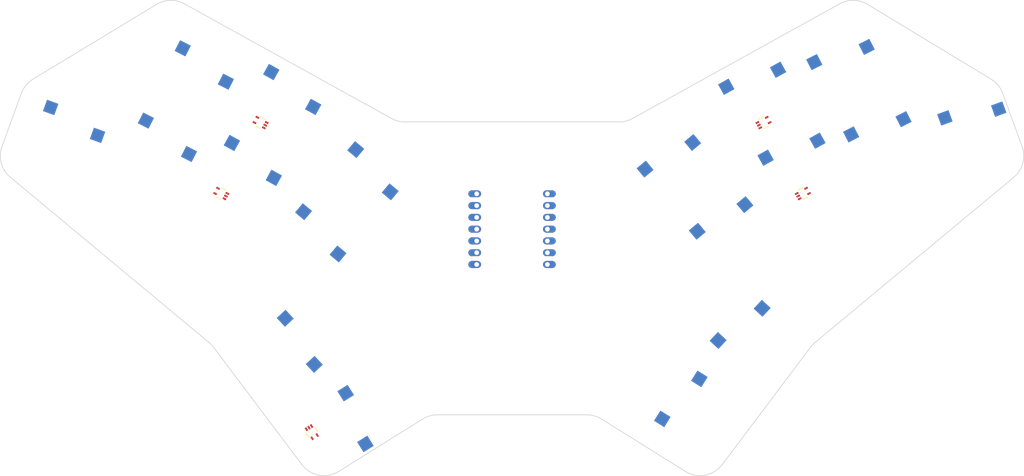
<source format=kicad_pcb>
(kicad_pcb (version 20241229) (generator "pcbnew") (generator_version "9.0")
  (title_block (title "kicad") (rev "0.1") (company "Roming22"))
  (layers (0 "F.Cu" signal) (2 "B.Cu" signal) (13 "F.Paste" user) (15 "B.Paste" user) (5 "F.SilkS" user) (7 "B.SilkS" user) (1 "F.Mask" user) (3 "B.Mask" user) (25 "Edge.Cuts" user))
  (net 0 "")
  (net 1 "index_home")
  (net 2 "P6")
  (net 3 "middle_home")
  (net 4 "ring_home")
  (net 5 "pinky_home")
  (net 6 "index_top")
  (net 7 "P29")
  (net 8 "middle_top")
  (net 9 "ring_top")
  (net 10 "pinky_top")
  (net 11 "mirror_middle_home")
  (net 12 "P4")
  (net 13 "mirror_index_home")
  (net 14 "mirror_pinky_home")
  (net 15 "mirror_ring_home")
  (net 16 "mirror_middle_top")
  (net 17 "P5")
  (net 18 "mirror_index_top")
  (net 19 "mirror_pinky_top")
  (net 20 "mirror_ring_top")
  (net 21 "mirror_home_default")
  (net 22 "home_default")
  (net 23 "outer_default")
  (net 24 "mirror_outer_default")
  (net 25 "P0")
  (net 26 "P7")
  (net 27 "P2")
  (net 28 "P1")
  (net 29 "VCC5")
  (net 30 "GND")
  (net 31 "VCC3")
  (net 32 "P26")
  (net 33 "P27")
  (net 34 "P28")
  (footprint "easyeda2kicad:SOT-353_L2.1-W1.3-P0.65-LS2.3-BL" (layer "F.Cu") (at 176.307181 230.19726 -148)
    (property "Reference" "D5" (hide yes))
    (property "Value" "UMP1NTR" (hide yes))
    (fp_line (start 1.14 0.510001) (end 1.14 -0.51) (stroke (width 0.25)) (layer "F.SilkS"))
    (fp_line (start -1.14 -0.510001) (end -1.14 0.51) (stroke (width 0.25)) (layer "F.SilkS"))
    (pad "1" smd rect (at -0.65 1.15 212) (size 0.4 0.8) (layers "F.Cu" "F.Mask" "F.Paste") (net 21 "mirror_home_default"))
    (pad "2" smd rect (at 0 1.15 212) (size 0.4 0.8) (layers "F.Cu" "F.Mask" "F.Paste"))
    (pad "3" smd rect (at 0.65 1.15 212) (size 0.4 0.8) (layers "F.Cu" "F.Mask" "F.Paste") (net 22 "home_default"))
    (pad "4" smd rect (at 0.65 -1.15 212) (size 0.4 0.8) (layers "F.Cu" "F.Mask" "F.Paste") (net 23 "outer_default"))
    (pad "5" smd rect (at -0.65 -1.15 212) (size 0.4 0.8) (layers "F.Cu" "F.Mask" "F.Paste") (net 24 "mirror_outer_default"))
  )
  (footprint "easyeda2kicad:SOT-353_L2.1-W1.3-P0.65-LS2.3-BL" (layer "F.Cu") (at 165.266741 163.410032 61)
    (property "Reference" "D2" (hide yes))
    (property "Value" "UMP1NTR" (hide yes))
    (fp_line (start -1.14 -0.51) (end -1.14 0.51) (stroke (width 0.25)) (layer "F.SilkS"))
    (fp_line (start 1.14 0.51) (end 1.14 -0.51) (stroke (width 0.25)) (layer "F.SilkS"))
    (pad "1" smd rect (at -0.65 1.15 61) (size 0.4 0.8) (layers "F.Cu" "F.Mask" "F.Paste") (net 6 "index_top"))
    (pad "2" smd rect (at 0 1.15 61) (size 0.4 0.8) (layers "F.Cu" "F.Mask" "F.Paste") (net 7 "P29"))
    (pad "3" smd rect (at 0.65 1.15 61) (size 0.4 0.8) (layers "F.Cu" "F.Mask" "F.Paste") (net 8 "middle_top"))
    (pad "4" smd rect (at 0.65 -1.15 61) (size 0.4 0.8) (layers "F.Cu" "F.Mask" "F.Paste") (net 9 "ring_top"))
    (pad "5" smd rect (at -0.65 -1.15 61) (size 0.4 0.8) (layers "F.Cu" "F.Mask" "F.Paste") (net 10 "pinky_top"))
  )
  (footprint "PG1350" (layer "F.Cu") (at 254.456187 175.900893 40)
    (property "Reference" "S14" (hide yes))
    (property "Value" "" (hide yes))
    (pad "" np_thru_hole circle (at -5.5 0) (size 1.7018 1.7018) (drill 1.7018) (layers "*.Cu" "*.Mask"))
    (pad "" np_thru_hole circle (at 0 -5.949999) (size 3 3) (drill 3) (layers "*.Cu" "*.Mask"))
    (pad "" np_thru_hole circle (at 0 0) (size 3.429 3.429) (drill 3.429) (layers "*.Cu" "*.Mask"))
    (pad "" np_thru_hole circle (at 5 -3.75) (size 3 3) (drill 3) (layers "*.Cu" "*.Mask"))
    (pad "" np_thru_hole circle (at 5.5 0) (size 1.7018 1.7018) (drill 1.7018) (layers "*.Cu" "*.Mask"))
    (pad "1" smd rect (at -3.275 -5.95 40) (size 2.6 2.6) (layers "B.Cu" "B.Mask" "B.Paste") (net 18 "mirror_index_top"))
    (pad "2" smd rect (at 8.275 -3.75 40) (size 2.6 2.6) (layers "B.Cu" "B.Mask" "B.Paste") (net 25 "P0"))
  )
  (footprint "PG1350" (layer "F.Cu") (at 180.293008 227.706639 -58)
    (property "Reference" "S16" (hide yes))
    (property "Value" "" (hide yes))
    (pad "" np_thru_hole circle (at -5.5 0) (size 1.7018 1.7018) (drill 1.7018) (layers "*.Cu" "*.Mask"))
    (pad "" np_thru_hole circle (at 0 -5.95) (size 3 3) (drill 3) (layers "*.Cu" "*.Mask"))
    (pad "" np_thru_hole circle (at 0 0) (size 3.429 3.429) (drill 3.429) (layers "*.Cu" "*.Mask"))
    (pad "" np_thru_hole circle (at 5 -3.75) (size 3 3) (drill 3) (layers "*.Cu" "*.Mask"))
    (pad "" np_thru_hole circle (at 5.5 0) (size 1.7018 1.7018) (drill 1.7018) (layers "*.Cu" "*.Mask"))
    (pad "1" smd rect (at -3.275 -5.95 302) (size 2.6 2.6) (layers "B.Cu" "B.Mask" "B.Paste") (net 23 "outer_default"))
    (pad "2" smd rect (at 8.275 -3.75 302) (size 2.6 2.6) (layers "B.Cu" "B.Mask" "B.Paste") (net 26 "P7"))
  )
  (footprint "easyeda2kicad:SOT-353_L2.1-W1.3-P0.65-LS2.3-BL" (layer "F.Cu") (at 282.129802 178.715877 -61)
    (property "Reference" "D3" (hide yes))
    (property "Value" "UMP1NTR" (hide yes))
    (fp_line (start -1.14 -0.51) (end -1.14 0.51) (stroke (width 0.25)) (layer "F.SilkS"))
    (fp_line (start 1.14 0.51) (end 1.14 -0.51) (stroke (width 0.25)) (layer "F.SilkS"))
    (pad "1" smd rect (at -0.65 1.15 299) (size 0.4 0.8) (layers "F.Cu" "F.Mask" "F.Paste") (net 11 "mirror_middle_home"))
    (pad "2" smd rect (at 0 1.15 299) (size 0.4 0.8) (layers "F.Cu" "F.Mask" "F.Paste") (net 12 "P4"))
    (pad "3" smd rect (at 0.65 1.15 299) (size 0.4 0.8) (layers "F.Cu" "F.Mask" "F.Paste") (net 13 "mirror_index_home"))
    (pad "4" smd rect (at 0.65 -1.15 299) (size 0.4 0.8) (layers "F.Cu" "F.Mask" "F.Paste") (net 14 "mirror_pinky_home"))
    (pad "5" smd rect (at -0.65 -1.15 299) (size 0.4 0.8) (layers "F.Cu" "F.Mask" "F.Paste") (net 15 "mirror_ring_home"))
  )
  (footprint "PG1350" (layer "F.Cu") (at 148.706429 154.177752 -27)
    (property "Reference" "S3" (hide yes))
    (property "Value" "" (hide yes))
    (pad "" np_thru_hole circle (at -5.5 0) (size 1.7018 1.7018) (drill 1.7018) (layers "*.Cu" "*.Mask"))
    (pad "" np_thru_hole circle (at -0.000001 -5.95) (size 3 3) (drill 3) (layers "*.Cu" "*.Mask"))
    (pad "" np_thru_hole circle (at 0 0) (size 3.429 3.429) (drill 3.429) (layers "*.Cu" "*.Mask"))
    (pad "" np_thru_hole circle (at 5 -3.75) (size 3 3) (drill 3) (layers "*.Cu" "*.Mask"))
    (pad "" np_thru_hole circle (at 5.5 0) (size 1.7018 1.7018) (drill 1.7018) (layers "*.Cu" "*.Mask"))
    (pad "1" smd rect (at -3.275 -5.95 333) (size 2.6 2.6) (layers "B.Cu" "B.Mask" "B.Paste") (net 9 "ring_top"))
    (pad "2" smd rect (at 8.275 -3.75 333) (size 2.6 2.6) (layers "B.Cu" "B.Mask" "B.Paste") (net 26 "P7"))
  )
  (footprint "PG1350" (layer "F.Cu") (at 298.15078 169.770366 27)
    (property "Reference" "S9" (hide yes))
    (property "Value" "" (hide yes))
    (pad "" np_thru_hole circle (at -5.5 0) (size 1.7018 1.7018) (drill 1.7018) (layers "*.Cu" "*.Mask"))
    (pad "" np_thru_hole circle (at 0 0) (size 3.429 3.429) (drill 3.429) (layers "*.Cu" "*.Mask"))
    (pad "" np_thru_hole circle (at 0.000001 -5.95) (size 3 3) (drill 3) (layers "*.Cu" "*.Mask"))
    (pad "" np_thru_hole circle (at 5 -3.75) (size 3 3) (drill 3) (layers "*.Cu" "*.Mask"))
    (pad "" np_thru_hole circle (at 5.5 0) (size 1.7018 1.7018) (drill 1.7018) (layers "*.Cu" "*.Mask"))
    (pad "1" smd rect (at -3.275 -5.95 27) (size 2.6 2.6) (layers "B.Cu" "B.Mask" "B.Paste") (net 15 "mirror_ring_home"))
    (pad "2" smd rect (at 8.275 -3.75 27) (size 2.6 2.6) (layers "B.Cu" "B.Mask" "B.Paste") (net 27 "P2"))
  )
  (footprint "easyeda2kicad:SOT-353_L2.1-W1.3-P0.65-LS2.3-BL" (layer "F.Cu") (at 273.645634 163.410032 -61)
    (property "Reference" "D4" (hide yes))
    (property "Value" "UMP1NTR" (hide yes))
    (fp_line (start -1.14 -0.51) (end -1.14 0.51) (stroke (width 0.25)) (layer "F.SilkS"))
    (fp_line (start 1.14 0.51) (end 1.14 -0.51) (stroke (width 0.25)) (layer "F.SilkS"))
    (pad "1" smd rect (at -0.65 1.15 299) (size 0.4 0.8) (layers "F.Cu" "F.Mask" "F.Paste") (net 16 "mirror_middle_top"))
    (pad "2" smd rect (at 0 1.15 299) (size 0.4 0.8) (layers "F.Cu" "F.Mask" "F.Paste") (net 17 "P5"))
    (pad "3" smd rect (at 0.65 1.15 299) (size 0.4 0.8) (layers "F.Cu" "F.Mask" "F.Paste") (net 18 "mirror_index_top"))
    (pad "4" smd rect (at 0.65 -1.15 299) (size 0.4 0.8) (layers "F.Cu" "F.Mask" "F.Paste") (net 19 "mirror_pinky_top"))
    (pad "5" smd rect (at -0.65 -1.15 299) (size 0.4 0.8) (layers "F.Cu" "F.Mask" "F.Paste") (net 20 "mirror_ring_top"))
  )
  (footprint "PG1350" (layer "F.Cu") (at 167.545346 159.29932 -29)
    (property "Reference" "S5" (hide yes))
    (property "Value" "" (hide yes))
    (pad "" np_thru_hole circle (at -5.5 0) (size 1.7018 1.7018) (drill 1.7018) (layers "*.Cu" "*.Mask"))
    (pad "" np_thru_hole circle (at 0 -5.95) (size 3 3) (drill 3) (layers "*.Cu" "*.Mask"))
    (pad "" np_thru_hole circle (at 0 0) (size 3.429 3.429) (drill 3.429) (layers "*.Cu" "*.Mask"))
    (pad "" np_thru_hole circle (at 5 -3.75) (size 3 3) (drill 3) (layers "*.Cu" "*.Mask"))
    (pad "" np_thru_hole circle (at 5.5 0) (size 1.7018 1.7018) (drill 1.7018) (layers "*.Cu" "*.Mask"))
    (pad "1" smd rect (at -3.275 -5.95 331) (size 2.6 2.6) (layers "B.Cu" "B.Mask" "B.Paste") (net 8 "middle_top"))
    (pad "2" smd rect (at 8.275 -3.75 331) (size 2.6 2.6) (layers "B.Cu" "B.Mask" "B.Paste") (net 27 "P2"))
  )
  (footprint "PG1350" (layer "F.Cu") (at 121.069508 166.859744 -20)
    (property "Reference" "S1" (hide yes))
    (property "Value" "" (hide yes))
    (pad "" np_thru_hole circle (at -5.5 0) (size 1.7018 1.7018) (drill 1.7018) (layers "*.Cu" "*.Mask"))
    (pad "" np_thru_hole circle (at 0 -5.95) (size 3 3) (drill 3) (layers "*.Cu" "*.Mask"))
    (pad "" np_thru_hole circle (at 0 0) (size 3.429 3.429) (drill 3.429) (layers "*.Cu" "*.Mask"))
    (pad "" np_thru_hole circle (at 5 -3.75) (size 3 3) (drill 3) (layers "*.Cu" "*.Mask"))
    (pad "" np_thru_hole circle (at 5.5 0) (size 1.7018 1.7018) (drill 1.7018) (layers "*.Cu" "*.Mask"))
    (pad "1" smd rect (at -3.275 -5.95 340) (size 2.6 2.6) (layers "B.Cu" "B.Mask" "B.Paste") (net 5 "pinky_home"))
    (pad "2" smd rect (at 8.275 -3.75 340) (size 2.6 2.6) (layers "B.Cu" "B.Mask" "B.Paste") (net 25 "P0"))
  )
  (footprint "xiao-ble" (layer "F.Cu") (at 219.456187 186.400893)
    (property "Reference" "MCU1" (hide yes))
    (property "Value" "" (hide yes))
    (pad "1" thru_hole oval (at 7.62 -7.62) (size 2.75 1.5) (drill 1 (offset 0.425 0)) (layers "*.Cu" "*.Mask") (net 29 "VCC5"))
    (pad "2" thru_hole oval (at 7.62 -5.08) (size 2.75 1.5) (drill 1 (offset 0.425 0)) (layers "*.Cu" "*.Mask") (net 30 "GND"))
    (pad "3" thru_hole oval (at 7.62 -2.54) (size 2.75 1.5) (drill 1 (offset 0.425 0)) (layers "*.Cu" "*.Mask") (net 31 "VCC3"))
    (pad "4" thru_hole oval (at 7.62 0) (size 2.75 1.5) (drill 1 (offset 0.425 0)) (layers "*.Cu" "*.Mask") (net 17 "P5"))
    (pad "5" thru_hole oval (at 7.62 2.54) (size 2.75 1.5) (drill 1 (offset 0.425 0)) (layers "*.Cu" "*.Mask") (net 12 "P4"))
    (pad "6" thru_hole oval (at 7.62 5.08) (size 2.75 1.5) (drill 1 (offset 0.425 0)) (layers "*.Cu" "*.Mask") (net 27 "P2"))
    (pad "7" thru_hole oval (at 7.62 7.62) (size 2.75 1.5) (drill 1 (offset 0.425 0)) (layers "*.Cu" "*.Mask") (net 28 "P1"))
    (pad "12" thru_hole oval (at -7.62 7.62 180) (size 2.75 1.5) (drill 1 (offset 0.425 0)) (layers "*.Cu" "*.Mask") (net 25 "P0"))
    (pad "13" thru_hole oval (at -7.62 5.08 180) (size 2.75 1.5) (drill 1 (offset 0.425 0)) (layers "*.Cu" "*.Mask") (net 26 "P7"))
    (pad "14" thru_hole oval (at -7.62 2.54 180) (size 2.75 1.5) (drill 1 (offset 0.425 0)) (layers "*.Cu" "*.Mask") (net 2 "P6"))
    (pad "15" thru_hole oval (at -7.62 0 180) (size 2.75 1.5) (drill 1 (offset 0.425 0)) (layers "*.Cu" "*.Mask") (net 7 "P29"))
    (pad "16" thru_hole oval (at -7.62 -2.54 180) (size 2.75 1.5) (drill 1 (offset 0.425 0)) (layers "*.Cu" "*.Mask") (net 34 "P28"))
    (pad "17" thru_hole oval (at -7.62 -5.08 180) (size 2.75 1.5) (drill 1 (offset 0.425 0)) (layers "*.Cu" "*.Mask") (net 33 "P27"))
    (pad "18" thru_hole oval (at -7.62 -7.62 180) (size 2.75 1.5) (drill 1 (offset 0.425 0)) (layers "*.Cu" "*.Mask") (net 32 "P26"))
  )
  (footprint "PG1350" (layer "F.Cu") (at 184.456187 175.900893 -40)
    (property "Reference" "S7" (hide yes))
    (property "Value" "" (hide yes))
    (pad "" np_thru_hole circle (at -5.5 0) (size 1.7018 1.7018) (drill 1.7018) (layers "*.Cu" "*.Mask"))
    (pad "" np_thru_hole circle (at 0 -5.949999) (size 3 3) (drill 3) (layers "*.Cu" "*.Mask"))
    (pad "" np_thru_hole circle (at 0 0) (size 3.429 3.429) (drill 3.429) (layers "*.Cu" "*.Mask"))
    (pad "" np_thru_hole circle (at 5 -3.75) (size 3 3) (drill 3) (layers "*.Cu" "*.Mask"))
    (pad "" np_thru_hole circle (at 5.5 0) (size 1.7018 1.7018) (drill 1.7018) (layers "*.Cu" "*.Mask"))
    (pad "1" smd rect (at -3.275 -5.95 320) (size 2.6 2.6) (layers "B.Cu" "B.Mask" "B.Paste") (net 6 "index_top"))
    (pad "2" smd rect (at 8.275 -3.75 320) (size 2.6 2.6) (layers "B.Cu" "B.Mask" "B.Paste") (net 28 "P1"))
  )
  (footprint "PG1350" (layer "F.Cu") (at 271.367029 159.29932 29)
    (property "Reference" "S12" (hide yes))
    (property "Value" "" (hide yes))
    (pad "" np_thru_hole circle (at -5.5 0) (size 1.7018 1.7018) (drill 1.7018) (layers "*.Cu" "*.Mask"))
    (pad "" np_thru_hole circle (at 0 -5.95) (size 3 3) (drill 3) (layers "*.Cu" "*.Mask"))
    (pad "" np_thru_hole circle (at 0 0) (size 3.429 3.429) (drill 3.429) (layers "*.Cu" "*.Mask"))
    (pad "" np_thru_hole circle (at 5 -3.75) (size 3 3) (drill 3) (layers "*.Cu" "*.Mask"))
    (pad "" np_thru_hole circle (at 5.5 0) (size 1.7018 1.7018) (drill 1.7018) (layers "*.Cu" "*.Mask"))
    (pad "1" smd rect (at -3.275 -5.95 29) (size 2.6 2.6) (layers "B.Cu" "B.Mask" "B.Paste") (net 16 "mirror_middle_top"))
    (pad "2" smd rect (at 8.275 -3.75 29) (size 2.6 2.6) (layers "B.Cu" "B.Mask" "B.Paste") (net 26 "P7"))
  )
  (footprint "PG1350" (layer "F.Cu") (at 173.207404 189.306671 -40)
    (property "Reference" "S6" (hide yes))
    (property "Value" "" (hide yes))
    (pad "" np_thru_hole circle (at -5.5 0) (size 1.7018 1.7018) (drill 1.7018) (layers "*.Cu" "*.Mask"))
    (pad "" np_thru_hole circle (at 0 -5.949999) (size 3 3) (drill 3) (layers "*.Cu" "*.Mask"))
    (pad "" np_thru_hole circle (at 0 0) (size 3.429 3.429) (drill 3.429) (layers "*.Cu" "*.Mask"))
    (pad "" np_thru_hole circle (at 5 -3.75) (size 3 3) (drill 3) (layers "*.Cu" "*.Mask"))
    (pad "" np_thru_hole circle (at 5.5 0) (size 1.7018 1.7018) (drill 1.7018) (layers "*.Cu" "*.Mask"))
    (pad "1" smd rect (at -3.275 -5.95 320) (size 2.6 2.6) (layers "B.Cu" "B.Mask" "B.Paste") (net 1 "index_home"))
    (pad "2" smd rect (at 8.275 -3.75 320) (size 2.6 2.6) (layers "B.Cu" "B.Mask" "B.Paste") (net 28 "P1"))
  )
  (footprint "PG1350" (layer "F.Cu") (at 317.842866 166.859744 20)
    (property "Reference" "S8" (hide yes))
    (property "Value" "" (hide yes))
    (pad "" np_thru_hole circle (at -5.5 0) (size 1.7018 1.7018) (drill 1.7018) (layers "*.Cu" "*.Mask"))
    (pad "" np_thru_hole circle (at 0 -5.95) (size 3 3) (drill 3) (layers "*.Cu" "*.Mask"))
    (pad "" np_thru_hole circle (at 0 0) (size 3.429 3.429) (drill 3.429) (layers "*.Cu" "*.Mask"))
    (pad "" np_thru_hole circle (at 5 -3.75) (size 3 3) (drill 3) (layers "*.Cu" "*.Mask"))
    (pad "" np_thru_hole circle (at 5.5 0) (size 1.7018 1.7018) (drill 1.7018) (layers "*.Cu" "*.Mask"))
    (pad "1" smd rect (at -3.275 -5.95 20) (size 2.6 2.6) (layers "B.Cu" "B.Mask" "B.Paste") (net 14 "mirror_pinky_home"))
    (pad "2" smd rect (at 8.275 -3.75 20) (size 2.6 2.6) (layers "B.Cu" "B.Mask" "B.Paste") (net 28 "P1"))
  )
  (footprint "PG1350" (layer "F.Cu") (at 279.851197 174.605165 29)
    (property "Reference" "S11" (hide yes))
    (property "Value" "" (hide yes))
    (pad "" np_thru_hole circle (at -5.5 0) (size 1.7018 1.7018) (drill 1.7018) (layers "*.Cu" "*.Mask"))
    (pad "" np_thru_hole circle (at 0 -5.95) (size 3 3) (drill 3) (layers "*.Cu" "*.Mask"))
    (pad "" np_thru_hole circle (at 0 0) (size 3.429 3.429) (drill 3.429) (layers "*.Cu" "*.Mask"))
    (pad "" np_thru_hole circle (at 5 -3.75) (size 3 3) (drill 3) (layers "*.Cu" "*.Mask"))
    (pad "" np_thru_hole circle (at 5.5 0) (size 1.7018 1.7018) (drill 1.7018) (layers "*.Cu" "*.Mask"))
    (pad "1" smd rect (at -3.275 -5.95 29) (size 2.6 2.6) (layers "B.Cu" "B.Mask" "B.Paste") (net 11 "mirror_middle_home"))
    (pad "2" smd rect (at 8.275 -3.75 29) (size 2.6 2.6) (layers "B.Cu" "B.Mask" "B.Paste") (net 26 "P7"))
  )
  (footprint "easyeda2kicad:SOT-353_L2.1-W1.3-P0.65-LS2.3-BL" (layer "F.Cu") (at 156.782572 178.715877 61)
    (property "Reference" "D1" (hide yes))
    (property "Value" "UMP1NTR" (hide yes))
    (fp_line (start -1.14 -0.51) (end -1.14 0.51) (stroke (width 0.25)) (layer "F.SilkS"))
    (fp_line (start 1.14 0.51) (end 1.14 -0.51) (stroke (width 0.25)) (layer "F.SilkS"))
    (pad "1" smd rect (at -0.65 1.15 61) (size 0.4 0.8) (layers "F.Cu" "F.Mask" "F.Paste") (net 1 "index_home"))
    (pad "2" smd rect (at 0 1.15 61) (size 0.4 0.8) (layers "F.Cu" "F.Mask" "F.Paste") (net 2 "P6"))
    (pad "3" smd rect (at 0.65 1.15 61) (size 0.4 0.8) (layers "F.Cu" "F.Mask" "F.Paste") (net 3 "middle_home"))
    (pad "4" smd rect (at 0.65 -1.15 61) (size 0.4 0.8) (layers "F.Cu" "F.Mask" "F.Paste") (net 4 "ring_home"))
    (pad "5" smd rect (at -0.65 -1.15 61) (size 0.4 0.8) (layers "F.Cu" "F.Mask" "F.Paste") (net 5 "pinky_home"))
  )
  (footprint "PG1350" (layer "F.Cu") (at 140.761595 169.770366 -27)
    (property "Reference" "S2" (hide yes))
    (property "Value" "" (hide yes))
    (pad "" np_thru_hole circle (at -5.5 0) (size 1.7018 1.7018) (drill 1.7018) (layers "*.Cu" "*.Mask"))
    (pad "" np_thru_hole circle (at -0.000001 -5.95) (size 3 3) (drill 3) (layers "*.Cu" "*.Mask"))
    (pad "" np_thru_hole circle (at 0 0) (size 3.429 3.429) (drill 3.429) (layers "*.Cu" "*.Mask"))
    (pad "" np_thru_hole circle (at 5 -3.75) (size 3 3) (drill 3) (layers "*.Cu" "*.Mask"))
    (pad "" np_thru_hole circle (at 5.5 0) (size 1.7018 1.7018) (drill 1.7018) (layers "*.Cu" "*.Mask"))
    (pad "1" smd rect (at -3.275 -5.95 333) (size 2.6 2.6) (layers "B.Cu" "B.Mask" "B.Paste") (net 4 "ring_home"))
    (pad "2" smd rect (at 8.275 -3.75 333) (size 2.6 2.6) (layers "B.Cu" "B.Mask" "B.Paste") (net 26 "P7"))
  )
  (footprint "PG1350" (layer "F.Cu") (at 270.455627 212.081245 47)
    (property "Reference" "S17" (hide yes))
    (property "Value" "" (hide yes))
    (pad "" np_thru_hole circle (at -5.5 0) (size 1.7018 1.7018) (drill 1.7018) (layers "*.Cu" "*.Mask"))
    (pad "" np_thru_hole circle (at -0.000001 -5.95) (size 3 3) (drill 3) (layers "*.Cu" "*.Mask"))
    (pad "" np_thru_hole circle (at 0 0) (size 3.429 3.429) (drill 3.429) (layers "*.Cu" "*.Mask"))
    (pad "" np_thru_hole circle (at 4.999999 -3.75) (size 3 3) (drill 3) (layers "*.Cu" "*.Mask"))
    (pad "" np_thru_hole circle (at 5.5 0) (size 1.7018 1.7018) (drill 1.7018) (layers "*.Cu" "*.Mask"))
    (pad "1" smd rect (at -3.275 -5.95 47) (size 2.6 2.6) (layers "B.Cu" "B.Mask" "B.Paste") (net 21 "mirror_home_default"))
    (pad "2" smd rect (at 8.275 -3.75 47) (size 2.6 2.6) (layers "B.Cu" "B.Mask" "B.Paste") (net 28 "P1"))
  )
  (footprint "PG1350" (layer "F.Cu") (at 265.70497 189.306671 40)
    (property "Reference" "S13" (hide yes))
    (property "Value" "" (hide yes))
    (pad "" np_thru_hole circle (at -5.5 0) (size 1.7018 1.7018) (drill 1.7018) (layers "*.Cu" "*.Mask"))
    (pad "" np_thru_hole circle (at 0 -5.949999) (size 3 3) (drill 3) (layers "*.Cu" "*.Mask"))
    (pad "" np_thru_hole circle (at 0 0) (size 3.429 3.429) (drill 3.429) (layers "*.Cu" "*.Mask"))
    (pad "" np_thru_hole circle (at 5 -3.75) (size 3 3) (drill 3) (layers "*.Cu" "*.Mask"))
    (pad "" np_thru_hole circle (at 5.5 0) (size 1.7018 1.7018) (drill 1.7018) (layers "*.Cu" "*.Mask"))
    (pad "1" smd rect (at -3.275 -5.95 40) (size 2.6 2.6) (layers "B.Cu" "B.Mask" "B.Paste") (net 13 "mirror_index_home"))
    (pad "2" smd rect (at 8.275 -3.75 40) (size 2.6 2.6) (layers "B.Cu" "B.Mask" "B.Paste") (net 25 "P0"))
  )
  (footprint "PG1350" (layer "F.Cu") (at 168.456747 212.081245 -47)
    (property "Reference" "S15" (hide yes))
    (property "Value" "" (hide yes))
    (pad "" np_thru_hole circle (at -5.5 0) (size 1.7018 1.7018) (drill 1.7018) (layers "*.Cu" "*.Mask"))
    (pad "" np_thru_hole circle (at 0 0) (size 3.429 3.429) (drill 3.429) (layers "*.Cu" "*.Mask"))
    (pad "" np_thru_hole circle (at 0.000001 -5.95) (size 3 3) (drill 3) (layers "*.Cu" "*.Mask"))
    (pad "" np_thru_hole circle (at 5 -3.75) (size 3 3) (drill 3) (layers "*.Cu" "*.Mask"))
    (pad "" np_thru_hole circle (at 5.5 0) (size 1.7018 1.7018) (drill 1.7018) (layers "*.Cu" "*.Mask"))
    (pad "1" smd rect (at -3.275 -5.95 313) (size 2.6 2.6) (layers "B.Cu" "B.Mask" "B.Paste") (net 22 "home_default"))
    (pad "2" smd rect (at 8.275 -3.75 313) (size 2.6 2.6) (layers "B.Cu" "B.Mask" "B.Paste") (net 25 "P0"))
  )
  (footprint "PG1350" (layer "F.Cu") (at 159.061178 174.605165 -29)
    (property "Reference" "S4" (hide yes))
    (property "Value" "" (hide yes))
    (pad "" np_thru_hole circle (at -5.5 0) (size 1.7018 1.7018) (drill 1.7018) (layers "*.Cu" "*.Mask"))
    (pad "" np_thru_hole circle (at 0 -5.95) (size 3 3) (drill 3) (layers "*.Cu" "*.Mask"))
    (pad "" np_thru_hole circle (at 0 0) (size 3.429 3.429) (drill 3.429) (layers "*.Cu" "*.Mask"))
    (pad "" np_thru_hole circle (at 5 -3.75) (size 3 3) (drill 3) (layers "*.Cu" "*.Mask"))
    (pad "" np_thru_hole circle (at 5.5 0) (size 1.7018 1.7018) (drill 1.7018) (layers "*.Cu" "*.Mask"))
    (pad "1" smd rect (at -3.275 -5.95 331) (size 2.6 2.6) (layers "B.Cu" "B.Mask" "B.Paste") (net 3 "middle_home"))
    (pad "2" smd rect (at 8.275 -3.75 331) (size 2.6 2.6) (layers "B.Cu" "B.Mask" "B.Paste") (net 27 "P2"))
  )
  (footprint "PG1350" (layer "F.Cu") (at 258.619367 227.706639 58)
    (property "Reference" "S18" (hide yes))
    (property "Value" "" (hide yes))
    (pad "" np_thru_hole circle (at -5.5 0) (size 1.7018 1.7018) (drill 1.7018) (layers "*.Cu" "*.Mask"))
    (pad "" np_thru_hole circle (at 0 -5.95) (size 3 3) (drill 3) (layers "*.Cu" "*.Mask"))
    (pad "" np_thru_hole circle (at 0 0) (size 3.429 3.429) (drill 3.429) (layers "*.Cu" "*.Mask"))
    (pad "" np_thru_hole circle (at 5 -3.75) (size 3 3) (drill 3) (layers "*.Cu" "*.Mask"))
    (pad "" np_thru_hole circle (at 5.5 0) (size 1.7018 1.7018) (drill 1.7018) (layers "*.Cu" "*.Mask"))
    (pad "1" smd rect (at -3.275 -5.95 58) (size 2.6 2.6) (layers "B.Cu" "B.Mask" "B.Paste") (net 24 "mirror_outer_default"))
    (pad "2" smd rect (at 8.275 -3.749999 58) (size 2.6 2.6) (layers "B.Cu" "B.Mask" "B.Paste") (net 27 "P2"))
  )
  (footprint "PG1350" (layer "F.Cu") (at 290.205946 154.177752 27)
    (property "Reference" "S10" (hide yes))
    (property "Value" "" (hide yes))
    (pad "" np_thru_hole circle (at -5.5 0) (size 1.7018 1.7018) (drill 1.7018) (layers "*.Cu" "*.Mask"))
    (pad "" np_thru_hole circle (at 0 0) (size 3.429 3.429) (drill 3.429) (layers "*.Cu" "*.Mask"))
    (pad "" np_thru_hole circle (at 0.000001 -5.95) (size 3 3) (drill 3) (layers "*.Cu" "*.Mask"))
    (pad "" np_thru_hole circle (at 5 -3.75) (size 3 3) (drill 3) (layers "*.Cu" "*.Mask"))
    (pad "" np_thru_hole circle (at 5.5 0) (size 1.7018 1.7018) (drill 1.7018) (layers "*.Cu" "*.Mask"))
    (pad "1" smd rect (at -3.275 -5.95 27) (size 2.6 2.6) (layers "B.Cu" "B.Mask" "B.Paste") (net 20 "mirror_ring_top"))
    (pad "2" smd rect (at 8.275 -3.75 27) (size 2.6 2.6) (layers "B.Cu" "B.Mask" "B.Paste") (net 27 "P2"))
  )
  (gr_arc (start 235.56632 226.463146) (mid 237.220144 226.695576) (end 238.745836 227.374858) (stroke (width 0.15)) (layer "Edge.Cuts"))
  (gr_line (start 245.47583 162.503344) (end 290.053897 137.793317) (stroke (width 0.15)) (layer "Edge.Cuts"))
  (gr_line (start 283.765112 211.88916) (end 264.763685 237.165984) (stroke (width 0.15)) (layer "Edge.Cuts"))
  (gr_arc (start 182.124212 238.648954) (mid 177.847855 239.459559) (end 174.148689 237.165984) (stroke (width 0.15)) (layer "Edge.Cuts"))
  (gr_line (start 256.788162 238.648954) (end 238.745836 227.374857) (stroke (width 0.15)) (layer "Edge.Cuts"))
  (gr_arc (start 283.765112 211.88916) (mid 284.214509 211.358419) (end 284.7223 210.883245) (stroke (width 0.15)) (layer "Edge.Cuts"))
  (gr_line (start 325.204216 157.11589) (end 329.366546 168.551799) (stroke (width 0.15)) (layer "Edge.Cuts"))
  (gr_line (start 327.567209 175.215152) (end 284.7223 210.883245) (stroke (width 0.15)) (layer "Edge.Cuts"))
  (gr_arc (start 245.47583 162.503343) (mid 244.069252 163.064511) (end 242.566972 163.255625) (stroke (width 0.15)) (layer "Edge.Cuts"))
  (gr_line (start 235.56632 226.463146) (end 203.346054 226.463146) (stroke (width 0.15)) (layer "Edge.Cuts"))
  (gr_line (start 116.235974 154.037145) (end 142.83928 137.91017) (stroke (width 0.15)) (layer "Edge.Cuts"))
  (gr_line (start 296.073095 137.91017) (end 322.6764 154.037145) (stroke (width 0.15)) (layer "Edge.Cuts"))
  (gr_arc (start 322.6764 154.037145) (mid 324.20327 155.360612) (end 325.204216 157.11589) (stroke (width 0.15)) (layer "Edge.Cuts"))
  (gr_line (start 109.545828 168.551799) (end 113.708159 157.11589) (stroke (width 0.15)) (layer "Edge.Cuts"))
  (gr_arc (start 154.190074 210.883245) (mid 154.697865 211.35842) (end 155.147262 211.88916) (stroke (width 0.15)) (layer "Edge.Cuts"))
  (gr_line (start 174.148689 237.165984) (end 155.147262 211.88916) (stroke (width 0.15)) (layer "Edge.Cuts"))
  (gr_arc (start 113.708158 157.11589) (mid 114.709104 155.360612) (end 116.235974 154.037145) (stroke (width 0.15)) (layer "Edge.Cuts"))
  (gr_arc (start 329.366546 168.551799) (mid 329.520914 172.168102) (end 327.567209 175.215152) (stroke (width 0.15)) (layer "Edge.Cuts"))
  (gr_arc (start 111.345165 175.215152) (mid 109.39146 172.168102) (end 109.545828 168.551799) (stroke (width 0.15)) (layer "Edge.Cuts"))
  (gr_arc (start 290.053896 137.793317) (mid 293.079212 137.042166) (end 296.073095 137.91017) (stroke (width 0.15)) (layer "Edge.Cuts"))
  (gr_line (start 200.166539 227.374857) (end 182.124212 238.648954) (stroke (width 0.15)) (layer "Edge.Cuts"))
  (gr_arc (start 142.839279 137.91017) (mid 145.833162 137.042166) (end 148.858478 137.793317) (stroke (width 0.15)) (layer "Edge.Cuts"))
  (gr_line (start 148.858478 137.793317) (end 193.436545 162.503344) (stroke (width 0.15)) (layer "Edge.Cuts"))
  (gr_arc (start 200.166538 227.374858) (mid 201.69223 226.695576) (end 203.346054 226.463146) (stroke (width 0.15)) (layer "Edge.Cuts"))
  (gr_arc (start 196.345403 163.255626) (mid 194.843123 163.064512) (end 193.436545 162.503344) (stroke (width 0.15)) (layer "Edge.Cuts"))
  (gr_line (start 154.190074 210.883245) (end 111.345165 175.215152) (stroke (width 0.15)) (layer "Edge.Cuts"))
  (gr_arc (start 264.763685 237.165984) (mid 261.064519 239.459559) (end 256.788162 238.648954) (stroke (width 0.15)) (layer "Edge.Cuts"))
  (gr_line (start 196.345403 163.255625) (end 242.566972 163.255625) (stroke (width 0.15)) (layer "Edge.Cuts"))
)
</source>
